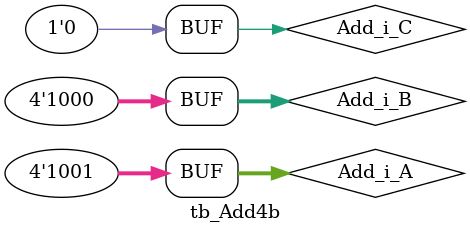
<source format=v>
module tb_Add4b;
reg [3:0] Add_i_A;
reg [3:0] Add_i_B;
reg       Add_i_C;
wire [3:0] Add_o_S;
wire       Add_o_C;

Add4b U0(Add_i_A,Add_i_B,Add_o_S,Add_o_C);

initial begin
	    Add_i_C = 0;
	    Add_i_A = 4'b1010; 
	    Add_i_B = 4'b1100; 
	    #10 Add_i_A = 5; Add_i_B = 7;
	    #10 Add_i_A = 9; Add_i_B = 8;
end	    
	
endmodule
</source>
